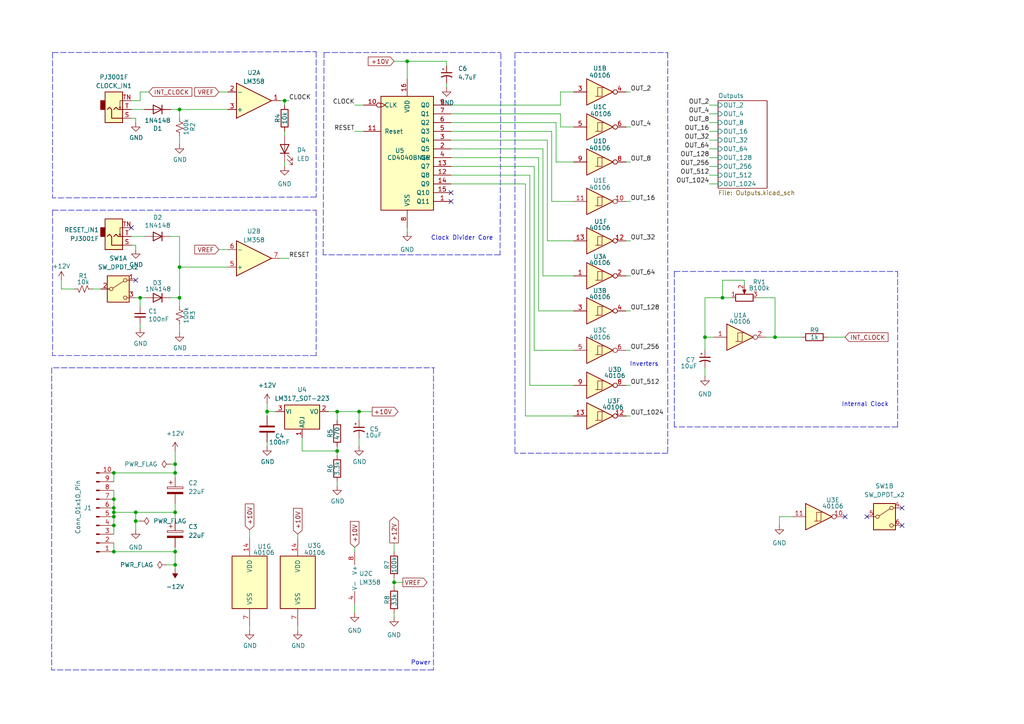
<source format=kicad_sch>
(kicad_sch (version 20250114) (generator "eeschema") (generator_version "9.0")
  (paper "A4")
  (title_block (title "MiniDiv") (rev "v0.3") (company "benjiaomodular"))
  (text "Internal Clock" (at 244.094 118.11 0) (effects (font (size 1.27 1.27)) (justify left bottom)))
  (text "Clock Divider Core" (at 124.968 69.85 0) (effects (font (size 1.27 1.27)) (justify left bottom)))
  (text "Power" (at 119.126 193.04 0) (effects (font (size 1.27 1.27)) (justify left bottom)))
  (text "Inverters" (at 182.626 106.426 0) (effects (font (size 1.27 1.27)) (justify left bottom)))
  (junction (at 50.8 163.83))
  (junction (at 52.07 31.75))
  (junction (at 224.79 97.79))
  (junction (at 82.55 29.21))
  (junction (at 104.14 119.38))
  (junction (at 33.02 149.86))
  (junction (at 33.02 144.78))
  (junction (at 33.02 147.32))
  (junction (at 39.37 151.13))
  (junction (at 97.79 119.38))
  (junction (at 50.8 134.62))
  (junction (at 77.47 119.38))
  (junction (at 33.02 148.59))
  (junction (at 114.3 168.91))
  (junction (at 52.07 86.36))
  (junction (at 33.02 152.4))
  (junction (at 33.02 137.16))
  (junction (at 204.47 97.79))
  (junction (at 97.79 130.81))
  (junction (at 52.07 77.47))
  (junction (at 50.8 148.59))
  (junction (at 33.02 160.02))
  (junction (at 40.64 86.36))
  (junction (at 50.8 160.02))
  (junction (at 39.37 148.59))
  (junction (at 118.11 17.78))
  (junction (at 50.8 137.16))
  (junction (at 209.55 86.36))
  (no_connect (at 38.1 66.04))
  (no_connect (at 245.11 149.86))
  (no_connect (at 130.81 58.42))
  (no_connect (at 39.37 81.28))
  (no_connect (at 261.62 147.32))
  (no_connect (at 130.81 55.88))
  (no_connect (at 251.46 149.86))
  (no_connect (at 261.62 152.4))
  (wire (pts (xy 158.75 69.85) (xy 158.75 40.64)))
  (wire (pts (xy 33.02 147.32) (xy 33.02 148.59)))
  (wire (pts (xy 39.37 72.39) (xy 39.37 71.12)))
  (wire (pts (xy 77.47 128.27) (xy 77.47 129.54)))
  (wire (pts (xy 209.55 86.36) (xy 204.47 86.36)))
  (wire (pts (xy 33.02 149.86) (xy 33.02 152.4)))
  (wire (pts (xy 38.1 29.21) (xy 40.64 29.21)))
  (wire (pts (xy 152.4 53.34) (xy 130.81 53.34)))
  (wire (pts (xy 38.1 68.58) (xy 41.91 68.58)))
  (wire (pts (xy 104.14 127) (xy 104.14 129.54)))
  (wire (pts (xy 166.37 58.42) (xy 160.02 58.42)))
  (wire (pts (xy 158.75 40.64) (xy 130.81 40.64)))
  (wire (pts (xy 181.61 80.01) (xy 182.88 80.01)))
  (wire (pts (xy 154.94 101.6) (xy 166.37 101.6)))
  (wire (pts (xy 33.02 148.59) (xy 39.37 148.59)))
  (wire (pts (xy 40.64 93.98) (xy 40.64 95.25)))
  (wire (pts (xy 102.87 177.8) (xy 102.87 175.26)))
  (wire (pts (xy 224.79 86.36) (xy 219.71 86.36)))
  (wire (pts (xy 182.88 111.76) (xy 181.61 111.76)))
  (polyline (pts (xy 145.288 15.494) (xy 145.034 73.914)) (stroke (width 0) (type dash)))
  (wire (pts (xy 162.56 26.67) (xy 166.37 26.67)))
  (wire (pts (xy 114.3 177.8) (xy 114.3 179.07)))
  (wire (pts (xy 49.53 68.58) (xy 52.07 68.58)))
  (wire (pts (xy 52.07 68.58) (xy 52.07 77.47)))
  (polyline (pts (xy 14.986 106.68) (xy 14.986 194.31)) (stroke (width 0) (type dash)))
  (polyline (pts (xy 125.73 106.68) (xy 125.73 194.31)) (stroke (width 0) (type dash)))
  (wire (pts (xy 226.06 149.86) (xy 229.87 149.86)))
  (wire (pts (xy 63.5 72.39) (xy 66.04 72.39)))
  (wire (pts (xy 166.37 69.85) (xy 158.75 69.85)))
  (wire (pts (xy 97.79 119.38) (xy 97.79 121.92)))
  (wire (pts (xy 87.63 130.81) (xy 87.63 127)))
  (wire (pts (xy 130.81 43.18) (xy 157.48 43.18)))
  (wire (pts (xy 240.03 97.79) (xy 245.11 97.79)))
  (wire (pts (xy 17.78 81.28) (xy 17.78 83.82)))
  (wire (pts (xy 77.47 119.38) (xy 80.01 119.38)))
  (wire (pts (xy 39.37 34.29) (xy 38.1 34.29)))
  (wire (pts (xy 215.9 81.28) (xy 209.55 81.28)))
  (wire (pts (xy 102.87 30.48) (xy 105.41 30.48)))
  (wire (pts (xy 205.74 48.26) (xy 208.28 48.26)))
  (polyline (pts (xy 91.694 60.96) (xy 91.694 103.124)) (stroke (width 0) (type dash)))
  (polyline (pts (xy 91.694 103.124) (xy 15.24 103.124)) (stroke (width 0) (type dash)))
  (wire (pts (xy 86.36 181.61) (xy 86.36 182.88)))
  (wire (pts (xy 52.07 31.75) (xy 52.07 34.29)))
  (polyline (pts (xy 125.73 194.31) (xy 14.986 194.31)) (stroke (width 0) (type dash)))
  (wire (pts (xy 82.55 29.21) (xy 83.82 29.21)))
  (wire (pts (xy 52.07 86.36) (xy 52.07 88.9)))
  (wire (pts (xy 204.47 97.79) (xy 204.47 101.6)))
  (wire (pts (xy 226.06 149.86) (xy 226.06 152.4)))
  (wire (pts (xy 81.28 29.21) (xy 82.55 29.21)))
  (wire (pts (xy 215.9 81.28) (xy 215.9 82.55)))
  (wire (pts (xy 166.37 120.65) (xy 152.4 120.65)))
  (wire (pts (xy 130.81 35.56) (xy 161.29 35.56)))
  (wire (pts (xy 205.74 33.02) (xy 208.28 33.02)))
  (polyline (pts (xy 15.494 106.68) (xy 125.984 106.68)) (stroke (width 0) (type dash)))
  (wire (pts (xy 50.8 146.05) (xy 50.8 148.59)))
  (polyline (pts (xy 260.35 123.825) (xy 195.58 123.825)) (stroke (width 0) (type dash)))
  (wire (pts (xy 97.79 129.54) (xy 97.79 130.81)))
  (wire (pts (xy 50.8 163.83) (xy 50.8 165.1)))
  (polyline (pts (xy 195.58 78.74) (xy 195.58 123.825)) (stroke (width 0) (type dash)))
  (polyline (pts (xy 15.24 60.96) (xy 15.24 103.124)) (stroke (width 0) (type dash)))
  (wire (pts (xy 114.3 17.78) (xy 118.11 17.78)))
  (wire (pts (xy 86.36 154.94) (xy 86.36 156.21)))
  (wire (pts (xy 205.74 45.72) (xy 208.28 45.72)))
  (wire (pts (xy 160.02 38.1) (xy 130.81 38.1)))
  (wire (pts (xy 154.94 48.26) (xy 154.94 101.6)))
  (wire (pts (xy 205.74 53.34) (xy 208.28 53.34)))
  (wire (pts (xy 129.54 17.78) (xy 118.11 17.78)))
  (wire (pts (xy 97.79 130.81) (xy 97.79 132.08)))
  (polyline (pts (xy 193.675 15.24) (xy 193.675 131.445)) (stroke (width 0) (type dash)))
  (wire (pts (xy 33.02 160.02) (xy 33.02 157.48)))
  (wire (pts (xy 129.54 17.78) (xy 129.54 19.05)))
  (wire (pts (xy 39.37 148.59) (xy 50.8 148.59)))
  (wire (pts (xy 104.14 119.38) (xy 104.14 121.92)))
  (wire (pts (xy 104.14 119.38) (xy 107.95 119.38)))
  (wire (pts (xy 162.56 26.67) (xy 162.56 30.48)))
  (wire (pts (xy 50.8 130.81) (xy 50.8 134.62)))
  (wire (pts (xy 39.37 151.13) (xy 40.64 151.13)))
  (wire (pts (xy 49.53 134.62) (xy 50.8 134.62)))
  (wire (pts (xy 156.21 45.72) (xy 156.21 90.17)))
  (wire (pts (xy 205.74 40.64) (xy 208.28 40.64)))
  (wire (pts (xy 114.3 168.91) (xy 114.3 170.18)))
  (wire (pts (xy 82.55 48.26) (xy 82.55 46.99)))
  (wire (pts (xy 49.53 31.75) (xy 52.07 31.75)))
  (wire (pts (xy 50.8 148.59) (xy 50.8 151.13)))
  (polyline (pts (xy 15.24 15.24) (xy 15.24 57.404)) (stroke (width 0) (type dash)))
  (wire (pts (xy 181.61 101.6) (xy 182.88 101.6)))
  (wire (pts (xy 207.01 97.79) (xy 204.47 97.79)))
  (wire (pts (xy 77.47 116.84) (xy 77.47 119.38)))
  (wire (pts (xy 181.61 58.42) (xy 182.88 58.42)))
  (wire (pts (xy 160.02 58.42) (xy 160.02 38.1)))
  (wire (pts (xy 114.3 167.64) (xy 114.3 168.91)))
  (wire (pts (xy 114.3 157.48) (xy 114.3 160.02)))
  (wire (pts (xy 39.37 151.13) (xy 39.37 153.67)))
  (polyline (pts (xy 93.726 73.914) (xy 93.98 15.24)) (stroke (width 0) (type dash)))
  (wire (pts (xy 72.39 153.67) (xy 72.39 156.21)))
  (wire (pts (xy 40.64 86.36) (xy 41.91 86.36)))
  (polyline (pts (xy 91.694 57.15) (xy 15.24 57.404)) (stroke (width 0) (type dash)))
  (polyline (pts (xy 195.58 78.74) (xy 260.35 78.74)) (stroke (width 0) (type dash)))
  (wire (pts (xy 181.61 26.67) (xy 182.88 26.67)))
  (wire (pts (xy 52.07 93.98) (xy 52.07 96.52)))
  (wire (pts (xy 33.02 160.02) (xy 50.8 160.02)))
  (wire (pts (xy 181.61 46.99) (xy 182.88 46.99)))
  (wire (pts (xy 95.25 119.38) (xy 97.79 119.38)))
  (wire (pts (xy 182.88 120.65) (xy 181.61 120.65)))
  (wire (pts (xy 166.37 46.99) (xy 161.29 46.99)))
  (wire (pts (xy 38.1 31.75) (xy 41.91 31.75)))
  (wire (pts (xy 39.37 148.59) (xy 39.37 151.13)))
  (wire (pts (xy 81.28 74.93) (xy 83.82 74.93)))
  (wire (pts (xy 102.87 158.75) (xy 102.87 160.02)))
  (wire (pts (xy 97.79 119.38) (xy 104.14 119.38)))
  (wire (pts (xy 33.02 144.78) (xy 33.02 147.32)))
  (wire (pts (xy 40.64 26.67) (xy 43.18 26.67)))
  (wire (pts (xy 118.11 17.78) (xy 118.11 22.86)))
  (wire (pts (xy 52.07 31.75) (xy 66.04 31.75)))
  (wire (pts (xy 182.88 69.85) (xy 181.61 69.85)))
  (wire (pts (xy 52.07 77.47) (xy 66.04 77.47)))
  (wire (pts (xy 153.67 50.8) (xy 153.67 111.76)))
  (wire (pts (xy 63.5 26.67) (xy 66.04 26.67)))
  (polyline (pts (xy 149.606 15.24) (xy 193.675 15.24)) (stroke (width 0) (type dash)))
  (wire (pts (xy 224.79 86.36) (xy 224.79 97.79)))
  (wire (pts (xy 130.81 48.26) (xy 154.94 48.26)))
  (wire (pts (xy 222.25 97.79) (xy 224.79 97.79)))
  (wire (pts (xy 77.47 119.38) (xy 77.47 120.65)))
  (wire (pts (xy 204.47 86.36) (xy 204.47 97.79)))
  (wire (pts (xy 33.02 148.59) (xy 33.02 149.86)))
  (wire (pts (xy 157.48 80.01) (xy 166.37 80.01)))
  (polyline (pts (xy 15.24 60.96) (xy 91.694 60.96)) (stroke (width 0) (type dash)))
  (wire (pts (xy 205.74 35.56) (xy 208.28 35.56)))
  (wire (pts (xy 39.37 86.36) (xy 40.64 86.36)))
  (wire (pts (xy 97.79 130.81) (xy 87.63 130.81)))
  (wire (pts (xy 157.48 43.18) (xy 157.48 80.01)))
  (wire (pts (xy 39.37 35.56) (xy 39.37 34.29)))
  (wire (pts (xy 209.55 86.36) (xy 212.09 86.36)))
  (wire (pts (xy 153.67 111.76) (xy 166.37 111.76)))
  (wire (pts (xy 50.8 160.02) (xy 50.8 163.83)))
  (wire (pts (xy 52.07 39.37) (xy 52.07 41.91)))
  (wire (pts (xy 82.55 38.1) (xy 82.55 39.37)))
  (wire (pts (xy 205.74 30.48) (xy 208.28 30.48)))
  (wire (pts (xy 33.02 142.24) (xy 33.02 144.78)))
  (wire (pts (xy 181.61 36.83) (xy 182.88 36.83)))
  (polyline (pts (xy 15.24 15.24) (xy 91.694 14.986)) (stroke (width 0) (type dash)))
  (wire (pts (xy 40.64 88.9) (xy 40.64 86.36)))
  (wire (pts (xy 130.81 30.48) (xy 162.56 30.48)))
  (wire (pts (xy 161.29 46.99) (xy 161.29 35.56)))
  (wire (pts (xy 130.81 45.72) (xy 156.21 45.72)))
  (wire (pts (xy 209.55 81.28) (xy 209.55 86.36)))
  (wire (pts (xy 52.07 77.47) (xy 52.07 86.36)))
  (wire (pts (xy 50.8 158.75) (xy 50.8 160.02)))
  (wire (pts (xy 224.79 97.79) (xy 232.41 97.79)))
  (wire (pts (xy 97.79 139.7) (xy 97.79 140.97)))
  (wire (pts (xy 102.87 38.1) (xy 105.41 38.1)))
  (wire (pts (xy 130.81 50.8) (xy 153.67 50.8)))
  (wire (pts (xy 39.37 71.12) (xy 38.1 71.12)))
  (wire (pts (xy 204.47 106.68) (xy 204.47 109.22)))
  (wire (pts (xy 33.02 139.7) (xy 33.02 137.16)))
  (wire (pts (xy 49.53 86.36) (xy 52.07 86.36)))
  (wire (pts (xy 205.74 43.18) (xy 208.28 43.18)))
  (wire (pts (xy 129.54 24.13) (xy 129.54 25.4)))
  (wire (pts (xy 205.74 38.1) (xy 208.28 38.1)))
  (wire (pts (xy 130.81 33.02) (xy 162.56 33.02)))
  (wire (pts (xy 33.02 152.4) (xy 33.02 154.94)))
  (wire (pts (xy 82.55 29.21) (xy 82.55 30.48)))
  (wire (pts (xy 162.56 36.83) (xy 166.37 36.83)))
  (wire (pts (xy 152.4 120.65) (xy 152.4 53.34)))
  (polyline (pts (xy 93.98 15.24) (xy 145.288 15.24)) (stroke (width 0) (type dash)))
  (polyline (pts (xy 91.694 14.986) (xy 91.694 57.15)) (stroke (width 0) (type dash)))
  (wire (pts (xy 48.26 163.83) (xy 50.8 163.83)))
  (polyline (pts (xy 145.034 73.914) (xy 93.726 73.914)) (stroke (width 0) (type dash)))
  (wire (pts (xy 114.3 168.91) (xy 116.84 168.91)))
  (polyline (pts (xy 260.35 78.74) (xy 260.35 123.825)) (stroke (width 0) (type dash)))
  (wire (pts (xy 118.11 66.04) (xy 118.11 67.31)))
  (wire (pts (xy 205.74 50.8) (xy 208.28 50.8)))
  (wire (pts (xy 72.39 181.61) (xy 72.39 182.88)))
  (wire (pts (xy 162.56 33.02) (xy 162.56 36.83)))
  (wire (pts (xy 50.8 137.16) (xy 50.8 138.43)))
  (polyline (pts (xy 193.675 131.445) (xy 149.352 131.445)) (stroke (width 0) (type dash)))
  (wire (pts (xy 182.88 90.17) (xy 181.61 90.17)))
  (wire (pts (xy 50.8 134.62) (xy 50.8 137.16)))
  (polyline (pts (xy 149.352 15.24) (xy 149.352 131.445)) (stroke (width 0) (type dash)))
  (wire (pts (xy 33.02 137.16) (xy 50.8 137.16)))
  (wire (pts (xy 17.78 83.82) (xy 21.59 83.82)))
  (wire (pts (xy 156.21 90.17) (xy 166.37 90.17)))
  (wire (pts (xy 40.64 29.21) (xy 40.64 26.67)))
  (wire (pts (xy 26.67 83.82) (xy 29.21 83.82)))
  (label "OUT_256" (at 182.88 101.6 0))
  (label "OUT_128" (at 205.74 45.72 180))
  (label "OUT_512" (at 205.74 50.8 180))
  (label "OUT_32" (at 182.88 69.85 0))
  (label "CLOCK" (at 83.82 29.21 0))
  (label "OUT_8" (at 205.74 35.56 180))
  (label "OUT_2" (at 182.88 26.67 0))
  (label "OUT_16" (at 182.88 58.42 0))
  (label "OUT_256" (at 205.74 48.26 180))
  (label "OUT_512" (at 182.88 111.76 0))
  (label "OUT_1024" (at 182.88 120.65 0))
  (label "CLOCK" (at 102.87 30.48 180))
  (label "OUT_1024" (at 205.74 53.34 180))
  (label "RESET" (at 83.82 74.93 0))
  (label "OUT_16" (at 205.74 38.1 180))
  (label "RESET" (at 102.87 38.1 180))
  (label "OUT_8" (at 182.88 46.99 0))
  (label "OUT_128" (at 182.88 90.17 0))
  (label "OUT_2" (at 205.74 30.48 180))
  (label "OUT_64" (at 205.74 43.18 180))
  (label "OUT_64" (at 182.88 80.01 0))
  (label "OUT_4" (at 205.74 33.02 180))
  (label "OUT_32" (at 205.74 40.64 180))
  (label "OUT_4" (at 182.88 36.83 0))
  (global_label "VREF" (shape output) (at 116.84 168.91 0) (property "Intersheetrefs" "${INTERSHEET_REFS}" (effects (hide yes))))
  (global_label "INT_CLOCK" (shape input) (at 43.18 26.67 0) (property "Intersheetrefs" "${INTERSHEET_REFS}" (effects (hide yes))))
  (global_label "+10V" (shape output) (at 107.95 119.38 0) (property "Intersheetrefs" "${INTERSHEET_REFS}" (effects (hide yes))))
  (global_label "+12V" (shape output) (at 114.3 157.48 90) (property "Intersheetrefs" "${INTERSHEET_REFS}" (effects (hide yes))))
  (global_label "+10V" (shape input) (at 114.3 17.78 180) (property "Intersheetrefs" "${INTERSHEET_REFS}" (effects (hide yes))))
  (global_label "VREF" (shape input) (at 63.5 72.39 180) (property "Intersheetrefs" "${INTERSHEET_REFS}" (effects (hide yes))))
  (global_label "INT_CLOCK" (shape input) (at 245.11 97.79 0) (property "Intersheetrefs" "${INTERSHEET_REFS}" (effects (hide yes))))
  (global_label "VREF" (shape input) (at 63.5 26.67 180) (property "Intersheetrefs" "${INTERSHEET_REFS}" (effects (hide yes))))
  (global_label "+10V" (shape input) (at 86.36 154.94 90) (property "Intersheetrefs" "${INTERSHEET_REFS}" (effects (hide yes))))
  (global_label "+10V" (shape input) (at 102.87 158.75 90) (property "Intersheetrefs" "${INTERSHEET_REFS}" (effects (hide yes))))
  (global_label "+10V" (shape input) (at 72.39 153.67 90) (property "Intersheetrefs" "${INTERSHEET_REFS}" (effects (hide yes))))
  (symbol (lib_id "Device:R") (at 114.3 163.83 180) (unit 1)
    (property "Reference" "R7" (at 112.268 163.83 90))
    (property "Value" "100k" (at 114.3 163.83 90))
    (property "Footprint" "Resistor_SMD:R_0603_1608Metric_Pad0.98x0.95mm_HandSolder" (effects (hide yes)))
    (property "Description" "Resistor" (effects (hide yes)))
    (property "URL" "https://mou.sr/4el3qXS" (effects (hide yes)))
    (property "Manufacturer" "YAGEO" (effects (hide yes)))
    (property "Part #" "RC0603FR-07100KL " (effects (hide yes)))
  )
  (symbol (lib_id "Regulator_Linear:LM317_SOT-223") (at 87.63 119.38 0) (unit 1)
    (property "Reference" "U4" (at 87.63 113.03 0))
    (property "Value" "LM317_SOT-223" (at 87.63 115.57 0))
    (property "Footprint" "Package_TO_SOT_SMD:SOT-223-3_TabPin2" (effects (hide yes)))
    (property "Datasheet" "http://www.ti.com/lit/ds/symlink/lm317.pdf" (effects (hide yes)))
    (property "Description" "1.5A 35V Adjustable Linear Regulator, SOT-223" (effects (hide yes)))
    (property "URL" "https://mou.sr/3UXARYX" (effects (hide yes)))
    (property "Manufacturer" "LM317DCY" (effects (hide yes)))
    (property "Part #" "Texas Instruments" (effects (hide yes)))
  )
  (symbol (lib_id "Switch:SW_DPDT_x2") (at 34.29 83.82 0) (unit 1)
    (property "Reference" "SW1" (at 34.29 74.93 0))
    (property "Value" "SW_DPDT_x2" (at 34.29 77.47 0))
    (property "Footprint" "benjiaomodular:Button_KFC7x7" (effects (hide yes)))
    (property "Description" "Switch, dual pole double throw, separate symbols" (effects (hide yes)))
    (property "URL" "https://www.taydaelectronics.com/push-button-switch-momentary-dc-30v-0-1a-dpdt-7x7mm.html" (effects (hide yes)))
    (property "Manufacturer" " Tayda Electronics" (effects (hide yes)))
    (property "Part #" "KFC7x7 Momentary" (effects (hide yes)))
  )
  (symbol (lib_id "power:GND") (at 204.47 109.22 0) (unit 1)
    (property "Reference" "#PWR021" (effects (hide yes)))
    (property "Value" "GND" (at 204.47 114.3 0))
    (property "Description" "Power symbol creates a global label with name \"GND\" , ground" (effects (hide yes)))
  )
  (symbol (lib_name "PWR_FLAG_1") (lib_id "power:PWR_FLAG") (at 40.64 151.13 270) (unit 1)
    (property "Reference" "#FLG01" (effects (hide yes)))
    (property "Value" "PWR_FLAG" (at 44.45 151.1299 90) (effects (justify left)))
    (property "Description" "Special symbol for telling ERC where power comes from" (effects (hide yes)))
  )
  (symbol (lib_id "Device:R") (at 114.3 173.99 180) (unit 1)
    (property "Reference" "R8" (at 112.268 173.99 90))
    (property "Value" "33k" (at 114.3 173.99 90))
    (property "Footprint" "Resistor_SMD:R_0603_1608Metric_Pad0.98x0.95mm_HandSolder" (effects (hide yes)))
    (property "Description" "Resistor" (effects (hide yes)))
    (property "URL" "https://mou.sr/4ebt4y6" (effects (hide yes)))
    (property "Manufacturer" "Bourns Inc." (effects (hide yes)))
    (property "Part #" "CR0603-FX-3302ELF" (effects (hide yes)))
  )
  (symbol (lib_id "Amplifier_Operational:LM358") (at 100.33 167.64 0) (mirror y) (unit 3)
    (property "Reference" "U2" (at 104.14 166.3699 0) (effects (justify right)))
    (property "Value" "LM358" (at 104.14 168.9099 0) (effects (justify right)))
    (property "Footprint" "Package_SO:SOIC-8_5.23x5.23mm_P1.27mm" (effects (hide yes)))
    (property "Datasheet" "http://www.ti.com/lit/ds/symlink/lm2904-n.pdf" (effects (hide yes)))
    (property "Description" "Low-Power, Dual Operational Amplifiers, DIP-8/SOIC-8/TO-99-8" (effects (hide yes)))
    (property "URL" "https://mou.sr/4dWmV9p" (effects (hide yes)))
    (property "Manufacturer" "LM358PSR" (effects (hide yes)))
    (property "Part #" "Texas Instruments" (effects (hide yes)))
  )
  (symbol (lib_id "benjiaomodular:PJ3001F") (at 33.02 31.75 0) (mirror x) (unit 1)
    (property "Reference" "CLOCK_IN1" (at 33.02 24.892 0))
    (property "Value" "PJ3001F" (at 33.02 22.352 0))
    (property "Footprint" "benjiaomodular:AudioJack_3.5mm" (effects (hide yes)))
    (property "Description" "Audio Jack, 2 Poles (Mono / TS), Switched T Pole (Normalling)" (effects (hide yes)))
    (property "URL" "https://www.taydaelectronics.com/pj-3001f-3-5-mm-mono-phone-jack.html" (effects (hide yes)))
    (property "Manufacturer" "Tayda Electronics" (effects (hide yes)))
    (property "Part #" "PJ-3001F" (effects (hide yes)))
  )
  (symbol (lib_id "Device:R") (at 82.55 34.29 0) (unit 1)
    (property "Reference" "R4" (at 80.518 34.29 90))
    (property "Value" "10k" (at 82.55 34.29 90))
    (property "Footprint" "Resistor_SMD:R_0603_1608Metric_Pad0.98x0.95mm_HandSolder" (effects (hide yes)))
    (property "Description" "Resistor" (effects (hide yes)))
    (property "URL" "https://mou.sr/3MINYsI" (effects (hide yes)))
    (property "Manufacturer" "YAGEO" (effects (hide yes)))
    (property "Part #" "AC0603FR-0710KL" (effects (hide yes)))
  )
  (symbol (lib_id "power:GND") (at 72.39 182.88 0) (unit 1)
    (property "Reference" "#PWR010" (effects (hide yes)))
    (property "Value" "GND" (at 72.517 187.2742 0))
    (property "Description" "Power symbol creates a global label with name \"GND\" , ground" (effects (hide yes)))
  )
  (symbol (lib_id "4xxx:40106") (at 173.99 58.42 0) (unit 5)
    (property "Reference" "U1" (at 173.99 52.324 0))
    (property "Value" "40106" (at 173.99 54.356 0))
    (property "Footprint" "Package_SO:SOIC-14_3.9x8.7mm_P1.27mm" (effects (hide yes)))
    (property "Datasheet" "https://assets.nexperia.com/documents/data-sheet/HEF40106B.pdf" (effects (hide yes)))
    (property "Description" "Hex Schmitt trigger inverter" (effects (hide yes)))
    (property "URL" "https://mou.sr/47m5xIo" (effects (hide yes)))
    (property "Manufacturer" "CD40106BM" (effects (hide yes)))
    (property "Part #" "Texas Instruments" (effects (hide yes)))
  )
  (symbol (lib_id "Switch:SW_DPDT_x2") (at 256.54 149.86 0) (unit 2)
    (property "Reference" "SW1" (at 256.54 140.97 0))
    (property "Value" "SW_DPDT_x2" (at 256.54 143.51 0))
    (property "Footprint" "benjiaomodular:Button_KFC7x7" (effects (hide yes)))
    (property "Description" "Switch, dual pole double throw, separate symbols" (effects (hide yes)))
    (property "URL" "https://www.taydaelectronics.com/push-button-switch-momentary-dc-30v-0-1a-dpdt-7x7mm.html" (effects (hide yes)))
    (property "Manufacturer" " Tayda Electronics" (effects (hide yes)))
    (property "Part #" "KFC7x7 Momentary" (effects (hide yes)))
  )
  (symbol (lib_id "power:GND") (at 104.14 129.54 0) (unit 1)
    (property "Reference" "#PWR017" (effects (hide yes)))
    (property "Value" "GND" (at 104.267 133.9342 0))
    (property "Description" "Power symbol creates a global label with name \"GND\" , ground" (effects (hide yes)))
  )
  (symbol (lib_id "power:GND") (at 39.37 72.39 0) (unit 1)
    (property "Reference" "#PWR03" (effects (hide yes)))
    (property "Value" "GND" (at 39.497 76.7842 0))
    (property "Description" "Power symbol creates a global label with name \"GND\" , ground" (effects (hide yes)))
  )
  (symbol (lib_id "4xxx:40106") (at 173.99 36.83 0) (unit 3)
    (property "Reference" "U1" (at 173.99 30.988 0))
    (property "Value" "40106" (at 174.244 33.02 0))
    (property "Footprint" "Package_SO:SOIC-14_3.9x8.7mm_P1.27mm" (effects (hide yes)))
    (property "Datasheet" "https://assets.nexperia.com/documents/data-sheet/HEF40106B.pdf" (effects (hide yes)))
    (property "Description" "Hex Schmitt trigger inverter" (effects (hide yes)))
    (property "URL" "https://mou.sr/47m5xIo" (effects (hide yes)))
    (property "Manufacturer" "CD40106BM" (effects (hide yes)))
    (property "Part #" "Texas Instruments" (effects (hide yes)))
  )
  (symbol (lib_id "Connector:Conn_01x10_Pin") (at 27.94 149.86 0) (mirror x) (unit 1)
    (property "Reference" "J1" (at 26.67 147.3199 0) (effects (justify right)))
    (property "Value" "Conn_01x10_Pin" (at 22.606 154.94 90) (effects (justify right)))
    (property "Footprint" "benjiaomodular:Header_IDC2x05_NoArrow" (effects (hide yes)))
    (property "Description" "Generic connector, single row, 01x10, script generated" (effects (hide yes)))
    (property "Manufacturer" "XKB Connectivity" (effects (hide yes)))
    (property "Part #" "X9555WV-2X05-6TV01" (effects (hide yes)))
  )
  (symbol (lib_id "Device:C_Polarized") (at 50.8 142.24 0) (unit 1)
    (property "Reference" "C2" (at 54.61 140.0809 0) (effects (justify left)))
    (property "Value" "22uF" (at 54.61 142.6209 0) (effects (justify left)))
    (property "Footprint" "Capacitor_SMD:CP_Elec_4x3.9" (effects (hide yes)))
    (property "Description" "Polarized capacitor" (effects (hide yes)))
    (property "URL" "https://mou.sr/4ekMqRc" (effects (hide yes)))
    (property "Manufacturer" "Panasonic" (effects (hide yes)))
    (property "Part #" "EEE-FT1V220AR" (effects (hide yes)))
  )
  (symbol (lib_id "Diode:1N4148") (at 45.72 86.36 180) (unit 1)
    (property "Reference" "D3" (at 45.593 82.042 0))
    (property "Value" "1N4148" (at 45.847 83.82 0))
    (property "Footprint" "Diode_SMD:D_SOD-123" (effects (hide yes)))
    (property "Datasheet" "https://assets.nexperia.com/documents/data-sheet/1N4148_1N4448.pdf" (effects (hide yes)))
    (property "Description" "100V 0.15A standard switching diode, DO-35" (effects (hide yes)))
    (property "Sim.Device" "D" (effects (hide yes)))
    (property "Sim.Pins" "1=K 2=A" (effects (hide yes)))
    (property "URL" "https://mou.sr/3XEhTbD" (effects (hide yes)))
    (property "Manufacturer" "Diodes Incorporated" (effects (hide yes)))
    (property "Part #" "1N4148WQ-7-F" (effects (hide yes)))
  )
  (symbol (lib_id "4xxx:40106") (at 173.99 26.67 0) (unit 2)
    (property "Reference" "U1" (at 173.99 19.812 0))
    (property "Value" "40106" (at 173.99 21.844 0))
    (property "Footprint" "Package_SO:SOIC-14_3.9x8.7mm_P1.27mm" (effects (hide yes)))
    (property "Datasheet" "https://assets.nexperia.com/documents/data-sheet/HEF40106B.pdf" (effects (hide yes)))
    (property "Description" "Hex Schmitt trigger inverter" (effects (hide yes)))
    (property "URL" "https://mou.sr/47m5xIo" (effects (hide yes)))
    (property "Manufacturer" "CD40106BM" (effects (hide yes)))
    (property "Part #" "Texas Instruments" (effects (hide yes)))
  )
  (symbol (lib_id "Device:R_Small_US") (at 24.13 83.82 90) (mirror x) (unit 1)
    (property "Reference" "R1" (at 24.13 80.01 90))
    (property "Value" "10k" (at 24.13 81.788 90))
    (property "Footprint" "Resistor_SMD:R_0603_1608Metric_Pad0.98x0.95mm_HandSolder" (effects (hide yes)))
    (property "Description" "Resistor, small US symbol" (effects (hide yes)))
    (property "URL" "https://mou.sr/3MINYsI" (effects (hide yes)))
    (property "Manufacturer" "YAGEO" (effects (hide yes)))
    (property "Part #" "AC0603FR-0710KL" (effects (hide yes)))
  )
  (symbol (lib_id "power:GND") (at 82.55 48.26 0) (unit 1)
    (property "Reference" "#PWR013" (effects (hide yes)))
    (property "Value" "GND" (at 82.55 53.34 0))
    (property "Description" "Power symbol creates a global label with name \"GND\" , ground" (effects (hide yes)))
  )
  (symbol (lib_id "Device:C_Polarized") (at 50.8 154.94 0) (unit 1)
    (property "Reference" "C3" (at 54.61 152.7809 0) (effects (justify left)))
    (property "Value" "22uF" (at 54.61 155.3209 0) (effects (justify left)))
    (property "Footprint" "Capacitor_SMD:CP_Elec_4x3.9" (effects (hide yes)))
    (property "Description" "Polarized capacitor" (effects (hide yes)))
    (property "URL" "https://mou.sr/4ekMqRc" (effects (hide yes)))
    (property "Manufacturer" "Panasonic" (effects (hide yes)))
    (property "Part #" "EEE-FT1V220AR" (effects (hide yes)))
  )
  (symbol (lib_name "+12V_1") (lib_id "power:+12V") (at 77.47 116.84 0) (unit 1)
    (property "Reference" "#PWR011" (effects (hide yes)))
    (property "Value" "+12V" (at 77.47 111.76 0))
    (property "Description" "Power symbol creates a global label with name \"+12V\"" (effects (hide yes)))
  )
  (symbol (lib_id "4xxx:40106") (at 173.99 120.65 0) (unit 6)
    (property "Reference" "U3" (at 178.054 116.332 0))
    (property "Value" "40106" (at 177.8 118.11 0))
    (property "Footprint" "Package_SO:SOIC-14_3.9x8.7mm_P1.27mm" (effects (hide yes)))
    (property "Datasheet" "https://assets.nexperia.com/documents/data-sheet/HEF40106B.pdf" (effects (hide yes)))
    (property "Description" "Hex Schmitt trigger inverter" (effects (hide yes)))
    (property "URL" "https://mou.sr/47m5xIo" (effects (hide yes)))
    (property "Manufacturer" "CD40106BM" (effects (hide yes)))
    (property "Part #" "Texas Instruments" (effects (hide yes)))
  )
  (symbol (lib_id "4xxx:40106") (at 173.99 90.17 0) (unit 2)
    (property "Reference" "U3" (at 173.99 84.328 0))
    (property "Value" "40106" (at 173.99 86.106 0))
    (property "Footprint" "Package_SO:SOIC-14_3.9x8.7mm_P1.27mm" (effects (hide yes)))
    (property "Datasheet" "https://assets.nexperia.com/documents/data-sheet/HEF40106B.pdf" (effects (hide yes)))
    (property "Description" "Hex Schmitt trigger inverter" (effects (hide yes)))
    (property "URL" "https://mou.sr/47m5xIo" (effects (hide yes)))
    (property "Manufacturer" "CD40106BM" (effects (hide yes)))
    (property "Part #" "Texas Instruments" (effects (hide yes)))
  )
  (symbol (lib_id "4xxx:40106") (at 86.36 168.91 0) (unit 7)
    (property "Reference" "U3" (at 89.154 158.242 0) (effects (justify left)))
    (property "Value" "40106" (at 88.138 160.274 0) (effects (justify left)))
    (property "Footprint" "Package_SO:SOIC-14_3.9x8.7mm_P1.27mm" (effects (hide yes)))
    (property "Datasheet" "https://assets.nexperia.com/documents/data-sheet/HEF40106B.pdf" (effects (hide yes)))
    (property "Description" "Hex Schmitt trigger inverter" (effects (hide yes)))
    (property "URL" "https://mou.sr/47m5xIo" (effects (hide yes)))
    (property "Manufacturer" "CD40106BM" (effects (hide yes)))
    (property "Part #" "Texas Instruments" (effects (hide yes)))
  )
  (symbol (lib_id "Device:C_Polarized_Small_US") (at 204.47 104.14 0) (unit 1)
    (property "Reference" "C7" (at 198.882 104.394 0) (effects (justify left)))
    (property "Value" "10uF" (at 197.358 106.172 0) (effects (justify left)))
    (property "Footprint" "Capacitor_SMD:C_0805_2012Metric_Pad1.18x1.45mm_HandSolder" (effects (hide yes)))
    (property "Description" "Polarized capacitor, small US symbol" (effects (hide yes)))
    (property "URL" "https://mou.sr/4e5fI6P" (effects (hide yes)))
    (property "Manufacturer" "Taiyo Yuden" (effects (hide yes)))
    (property "Part #" "TMK212BBJ106KG8T" (effects (hide yes)))
  )
  (symbol (lib_id "Device:R_Small_US") (at 52.07 91.44 180) (unit 1)
    (property "Reference" "R3" (at 55.88 91.44 90))
    (property "Value" "100k" (at 53.975 91.44 90))
    (property "Footprint" "Resistor_SMD:R_0603_1608Metric_Pad0.98x0.95mm_HandSolder" (effects (hide yes)))
    (property "Description" "Resistor, small US symbol" (effects (hide yes)))
    (property "URL" "https://mou.sr/4el3qXS" (effects (hide yes)))
    (property "Manufacturer" "YAGEO" (effects (hide yes)))
    (property "Part #" "RC0603FR-07100KL " (effects (hide yes)))
  )
  (symbol (lib_id "4xxx:40106") (at 173.99 80.01 0) (unit 1)
    (property "Reference" "U3" (at 173.99 74.422 0))
    (property "Value" "40106" (at 173.99 76.2 0))
    (property "Footprint" "Package_SO:SOIC-14_3.9x8.7mm_P1.27mm" (effects (hide yes)))
    (property "Datasheet" "https://assets.nexperia.com/documents/data-sheet/HEF40106B.pdf" (effects (hide yes)))
    (property "Description" "Hex Schmitt trigger inverter" (effects (hide yes)))
    (property "URL" "https://mou.sr/47m5xIo" (effects (hide yes)))
    (property "Manufacturer" "CD40106BM" (effects (hide yes)))
    (property "Part #" "Texas Instruments" (effects (hide yes)))
  )
  (symbol (lib_id "power:GND") (at 129.54 25.4 0) (unit 1)
    (property "Reference" "#PWR020" (effects (hide yes)))
    (property "Value" "GND" (at 129.667 29.7942 0))
    (property "Description" "Power symbol creates a global label with name \"GND\" , ground" (effects (hide yes)))
  )
  (symbol (lib_id "Device:C_Polarized_Small_US") (at 104.14 124.46 0) (unit 1)
    (property "Reference" "C5" (at 107.188 124.46 0) (effects (justify left)))
    (property "Value" "10uF" (at 105.918 126.238 0) (effects (justify left)))
    (property "Footprint" "Capacitor_SMD:C_0805_2012Metric_Pad1.18x1.45mm_HandSolder" (effects (hide yes)))
    (property "Description" "Polarized capacitor, small US symbol" (effects (hide yes)))
    (property "URL" "https://mou.sr/4e5fI6P" (effects (hide yes)))
    (property "Manufacturer" "Taiyo Yuden" (effects (hide yes)))
    (property "Part #" "TMK212BBJ106KG8T" (effects (hide yes)))
  )
  (symbol (lib_id "power:GND") (at 52.07 96.52 0) (unit 1)
    (property "Reference" "#PWR09" (effects (hide yes)))
    (property "Value" "GND" (at 52.197 100.9142 0))
    (property "Description" "Power symbol creates a global label with name \"GND\" , ground" (effects (hide yes)))
  )
  (symbol (lib_name "PWR_FLAG_1") (lib_id "power:PWR_FLAG") (at 48.26 163.83 90) (unit 1)
    (property "Reference" "#FLG02" (effects (hide yes)))
    (property "Value" "PWR_FLAG" (at 44.45 163.8299 90) (effects (justify left)))
    (property "Description" "Special symbol for telling ERC where power comes from" (effects (hide yes)))
  )
  (symbol (lib_name "-12V_1") (lib_id "power:-12V") (at 50.8 165.1 180) (unit 1)
    (property "Reference" "#PWR07" (effects (hide yes)))
    (property "Value" "-12V" (at 50.8 170.18 0))
    (property "Description" "Power symbol creates a global label with name \"-12V\"" (effects (hide yes)))
  )
  (symbol (lib_name "+12V_1") (lib_id "power:+12V") (at 50.8 130.81 0) (unit 1)
    (property "Reference" "#PWR06" (effects (hide yes)))
    (property "Value" "+12V" (at 50.8 125.73 0))
    (property "Description" "Power symbol creates a global label with name \"+12V\"" (effects (hide yes)))
  )
  (symbol (lib_id "Device:R") (at 236.22 97.79 270) (unit 1)
    (property "Reference" "R9" (at 236.22 95.758 90))
    (property "Value" "1k" (at 236.22 97.79 90))
    (property "Footprint" "Resistor_SMD:R_0603_1608Metric_Pad0.98x0.95mm_HandSolder" (effects (hide yes)))
    (property "Description" "Resistor" (effects (hide yes)))
    (property "URL" " https://mou.sr/3MKtPCB" (effects (hide yes)))
    (property "Manufacturer" "YAGEO" (effects (hide yes)))
    (property "Part #" "RC0603FR-071KL " (effects (hide yes)))
  )
  (symbol (lib_id "power:GND") (at 226.06 152.4 0) (unit 1)
    (property "Reference" "#PWR022" (effects (hide yes)))
    (property "Value" "GND" (at 226.06 157.48 0))
    (property "Description" "Power symbol creates a global label with name \"GND\" , ground" (effects (hide yes)))
  )
  (symbol (lib_id "4xxx:40106") (at 72.39 168.91 0) (unit 7)
    (property "Reference" "U1" (at 74.676 158.496 0) (effects (justify left)))
    (property "Value" "40106" (at 73.406 160.274 0) (effects (justify left)))
    (property "Footprint" "Package_SO:SOIC-14_3.9x8.7mm_P1.27mm" (effects (hide yes)))
    (property "Datasheet" "https://assets.nexperia.com/documents/data-sheet/HEF40106B.pdf" (effects (hide yes)))
    (property "Description" "Hex Schmitt trigger inverter" (effects (hide yes)))
    (property "URL" "https://mou.sr/47m5xIo" (effects (hide yes)))
    (property "Manufacturer" "CD40106BM" (effects (hide yes)))
    (property "Part #" "Texas Instruments" (effects (hide yes)))
  )
  (symbol (lib_id "power:GND") (at 114.3 179.07 0) (unit 1)
    (property "Reference" "#PWR018" (effects (hide yes)))
    (property "Value" "GND" (at 114.3 184.15 0))
    (property "Description" "Power symbol creates a global label with name \"GND\" , ground" (effects (hide yes)))
  )
  (symbol (lib_id "4xxx:4040") (at 118.11 43.18 0) (unit 1)
    (property "Reference" "U5" (at 114.554 43.688 0) (effects (justify left)))
    (property "Value" "CD4040BNSR" (at 112.268 45.72 0) (effects (justify left)))
    (property "Footprint" "Package_SO:SOIC-16W_5.3x10.2mm_P1.27mm" (effects (hide yes)))
    (property "Datasheet" "http://www.intersil.com/content/dam/Intersil/documents/cd40/cd4020bms-24bms-40bms.pdf" (effects (hide yes)))
    (property "Description" "Binary Counter 12 stages (Asynchronous)" (effects (hide yes)))
    (property "URL" "https://mou.sr/3YF284K" (effects (hide yes)))
    (property "Manufacturer" "CD4040BNSR" (effects (hide yes)))
    (property "Part #" "Texas Instruments" (effects (hide yes)))
  )
  (symbol (lib_id "4xxx:40106") (at 173.99 69.85 0) (unit 6)
    (property "Reference" "U1" (at 174.244 64.262 0))
    (property "Value" "40106" (at 173.99 66.04 0))
    (property "Footprint" "Package_SO:SOIC-14_3.9x8.7mm_P1.27mm" (effects (hide yes)))
    (property "Datasheet" "https://assets.nexperia.com/documents/data-sheet/HEF40106B.pdf" (effects (hide yes)))
    (property "Description" "Hex Schmitt trigger inverter" (effects (hide yes)))
    (property "URL" "https://mou.sr/47m5xIo" (effects (hide yes)))
    (property "Manufacturer" "CD40106BM" (effects (hide yes)))
    (property "Part #" "Texas Instruments" (effects (hide yes)))
  )
  (symbol (lib_id "power:GND") (at 86.36 182.88 0) (unit 1)
    (property "Reference" "#PWR014" (effects (hide yes)))
    (property "Value" "GND" (at 86.487 187.2742 0))
    (property "Description" "Power symbol creates a global label with name \"GND\" , ground" (effects (hide yes)))
  )
  (symbol (lib_id "benjiaomodular:PJ3001F") (at 33.02 68.58 0) (mirror x) (unit 1)
    (property "Reference" "RESET_IN1" (at 28.702 66.6749 0) (effects (justify right)))
    (property "Value" "PJ3001F" (at 28.702 69.2149 0) (effects (justify right)))
    (property "Footprint" "benjiaomodular:AudioJack_3.5mm" (effects (hide yes)))
    (property "Description" "Audio Jack, 2 Poles (Mono / TS), Switched T Pole (Normalling)" (effects (hide yes)))
    (property "URL" "https://www.taydaelectronics.com/pj-3001f-3-5-mm-mono-phone-jack.html" (effects (hide yes)))
    (property "Manufacturer" "Tayda Electronics" (effects (hide yes)))
    (property "Part #" "PJ-3001F" (effects (hide yes)))
  )
  (symbol (lib_id "power:GND") (at 39.37 153.67 0) (unit 1)
    (property "Reference" "#PWR04" (effects (hide yes)))
    (property "Value" "GND" (at 39.37 158.75 0))
    (property "Description" "Power symbol creates a global label with name \"GND\" , ground" (effects (hide yes)))
  )
  (symbol (lib_id "Diode:1N4148") (at 45.72 68.58 180) (unit 1)
    (property "Reference" "D2" (at 45.72 63.0682 0))
    (property "Value" "1N4148" (at 45.72 65.3796 0))
    (property "Footprint" "Diode_SMD:D_SOD-123" (effects (hide yes)))
    (property "Datasheet" "https://assets.nexperia.com/documents/data-sheet/1N4148_1N4448.pdf" (effects (hide yes)))
    (property "Description" "100V 0.15A standard switching diode, DO-35" (effects (hide yes)))
    (property "Sim.Device" "D" (effects (hide yes)))
    (property "Sim.Pins" "1=K 2=A" (effects (hide yes)))
    (property "URL" "https://mou.sr/3XEhTbD" (effects (hide yes)))
    (property "Manufacturer" "Diodes Incorporated" (effects (hide yes)))
    (property "Part #" "1N4148WQ-7-F" (effects (hide yes)))
  )
  (symbol (lib_id "4xxx:40106") (at 214.63 97.79 0) (unit 1)
    (property "Reference" "U1" (at 214.63 91.44 0))
    (property "Value" "40106" (at 214.63 93.218 0))
    (property "Footprint" "Package_SO:SOIC-14_3.9x8.7mm_P1.27mm" (effects (hide yes)))
    (property "Datasheet" "https://assets.nexperia.com/documents/data-sheet/HEF40106B.pdf" (effects (hide yes)))
    (property "Description" "Hex Schmitt trigger inverter" (effects (hide yes)))
    (property "URL" "https://mou.sr/47m5xIo" (effects (hide yes)))
    (property "Manufacturer" "CD40106BM" (effects (hide yes)))
    (property "Part #" "Texas Instruments" (effects (hide yes)))
  )
  (symbol (lib_id "4xxx:40106") (at 173.99 46.99 0) (unit 4)
    (property "Reference" "U1" (at 173.99 40.894 0))
    (property "Value" "40106" (at 173.99 42.926 0))
    (property "Footprint" "Package_SO:SOIC-14_3.9x8.7mm_P1.27mm" (effects (hide yes)))
    (property "Datasheet" "https://assets.nexperia.com/documents/data-sheet/HEF40106B.pdf" (effects (hide yes)))
    (property "Description" "Hex Schmitt trigger inverter" (effects (hide yes)))
    (property "URL" "https://mou.sr/47m5xIo" (effects (hide yes)))
    (property "Manufacturer" "CD40106BM" (effects (hide yes)))
    (property "Part #" "Texas Instruments" (effects (hide yes)))
  )
  (symbol (lib_id "Device:C") (at 77.47 124.46 0) (unit 1)
    (property "Reference" "C4" (at 79.756 126.492 0) (effects (justify left)))
    (property "Value" "100nF" (at 77.978 128.27 0) (effects (justify left)))
    (property "Footprint" "Capacitor_SMD:C_0603_1608Metric_Pad1.08x0.95mm_HandSolder" (effects (hide yes)))
    (property "Description" "Unpolarized capacitor" (effects (hide yes)))
    (property "Mfg #" "CC0603KRX7R8BB334" (effects (hide yes)))
    (property "LCSC Part #" "C107070" (effects (hide yes)))
    (property "Type" "Surface mount" (effects (hide yes)))
    (property "Package" "0603" (effects (hide yes)))
    (property "Part Description" "Multilayer Ceramic Capacitors MLCC - SMD/SMT 25V 0.33uF X7R 0603 10% " (effects (hide yes)))
    (property "URL" "https://mou.sr/4ekMsbM" (effects (hide yes)))
    (property "Manufacturer" "YAGEO" (effects (hide yes)))
    (property "Part #" "CC0603KRX7R8BB334" (effects (hide yes)))
  )
  (symbol (lib_id "Amplifier_Operational:LM358") (at 73.66 29.21 0) (mirror x) (unit 1)
    (property "Reference" "U2" (at 73.66 21.082 0))
    (property "Value" "LM358" (at 73.66 23.622 0))
    (property "Footprint" "Package_SO:SOIC-8_5.23x5.23mm_P1.27mm" (effects (hide yes)))
    (property "Datasheet" "http://www.ti.com/lit/ds/symlink/lm2904-n.pdf" (effects (hide yes)))
    (property "Description" "Low-Power, Dual Operational Amplifiers, DIP-8/SOIC-8/TO-99-8" (effects (hide yes)))
    (property "URL" "https://mou.sr/4dWmV9p" (effects (hide yes)))
    (property "Manufacturer" "LM358PSR" (effects (hide yes)))
    (property "Part #" "Texas Instruments" (effects (hide yes)))
  )
  (symbol (lib_id "power:GND") (at 77.47 129.54 0) (unit 1)
    (property "Reference" "#PWR012" (effects (hide yes)))
    (property "Value" "GND" (at 77.597 133.9342 0))
    (property "Description" "Power symbol creates a global label with name \"GND\" , ground" (effects (hide yes)))
  )
  (symbol (lib_id "Device:C_Small") (at 40.64 91.44 0) (unit 1)
    (property "Reference" "C1" (at 42.9768 90.2716 0) (effects (justify left)))
    (property "Value" "100nF" (at 42.9768 92.583 0) (effects (justify left)))
    (property "Footprint" "Capacitor_SMD:C_0603_1608Metric_Pad1.08x0.95mm_HandSolder" (effects (hide yes)))
    (property "Description" "Unpolarized capacitor, small symbol" (effects (hide yes)))
    (property "URL" "https://mou.sr/4ekMsbM" (effects (hide yes)))
    (property "Manufacturer" "YAGEO" (effects (hide yes)))
    (property "Part #" "CC0805KRX7R9BB104" (effects (hide yes)))
  )
  (symbol (lib_id "power:GND") (at 39.37 35.56 0) (unit 1)
    (property "Reference" "#PWR02" (effects (hide yes)))
    (property "Value" "GND" (at 39.497 39.9542 0))
    (property "Description" "Power symbol creates a global label with name \"GND\" , ground" (effects (hide yes)))
  )
  (symbol (lib_id "Amplifier_Operational:LM358") (at 73.66 74.93 0) (mirror x) (unit 2)
    (property "Reference" "U2" (at 73.66 67.056 0))
    (property "Value" "LM358" (at 73.66 69.596 0))
    (property "Footprint" "Package_SO:SOIC-8_5.23x5.23mm_P1.27mm" (effects (hide yes)))
    (property "Datasheet" "http://www.ti.com/lit/ds/symlink/lm2904-n.pdf" (effects (hide yes)))
    (property "Description" "Low-Power, Dual Operational Amplifiers, DIP-8/SOIC-8/TO-99-8" (effects (hide yes)))
    (property "URL" "https://mou.sr/4dWmV9p" (effects (hide yes)))
    (property "Manufacturer" "LM358PSR" (effects (hide yes)))
    (property "Part #" "Texas Instruments" (effects (hide yes)))
  )
  (symbol (lib_id "power:GND") (at 52.07 41.91 0) (unit 1)
    (property "Reference" "#PWR08" (effects (hide yes)))
    (property "Value" "GND" (at 52.197 46.3042 0))
    (property "Description" "Power symbol creates a global label with name \"GND\" , ground" (effects (hide yes)))
  )
  (symbol (lib_id "power:GND") (at 102.87 177.8 0) (unit 1)
    (property "Reference" "#PWR016" (effects (hide yes)))
    (property "Value" "GND" (at 102.87 182.88 0))
    (property "Description" "Power symbol creates a global label with name \"GND\" , ground" (effects (hide yes)))
  )
  (symbol (lib_id "4xxx:40106") (at 173.99 111.76 0) (unit 4)
    (property "Reference" "U3" (at 178.308 107.188 0))
    (property "Value" "40106" (at 178.308 108.966 0))
    (property "Footprint" "Package_SO:SOIC-14_3.9x8.7mm_P1.27mm" (effects (hide yes)))
    (property "Datasheet" "https://assets.nexperia.com/documents/data-sheet/HEF40106B.pdf" (effects (hide yes)))
    (property "Description" "Hex Schmitt trigger inverter" (effects (hide yes)))
    (property "URL" "https://mou.sr/47m5xIo" (effects (hide yes)))
    (property "Manufacturer" "CD40106BM" (effects (hide yes)))
    (property "Part #" "Texas Instruments" (effects (hide yes)))
  )
  (symbol (lib_id "power:GND") (at 40.64 95.25 0) (unit 1)
    (property "Reference" "#PWR05" (effects (hide yes)))
    (property "Value" "GND" (at 40.767 99.6442 0))
    (property "Description" "Power symbol creates a global label with name \"GND\" , ground" (effects (hide yes)))
  )
  (symbol (lib_id "Device:R_Small_US") (at 52.07 36.83 180) (unit 1)
    (property "Reference" "R2" (at 55.88 36.83 90))
    (property "Value" "100k" (at 53.975 36.83 90))
    (property "Footprint" "Resistor_SMD:R_0603_1608Metric_Pad0.98x0.95mm_HandSolder" (effects (hide yes)))
    (property "Description" "Resistor, small US symbol" (effects (hide yes)))
    (property "URL" "https://mou.sr/4el3qXS" (effects (hide yes)))
    (property "Manufacturer" "YAGEO" (effects (hide yes)))
    (property "Part #" "RC0603FR-07100KL " (effects (hide yes)))
  )
  (symbol (lib_id "power:GND") (at 97.79 140.97 0) (unit 1)
    (property "Reference" "#PWR015" (effects (hide yes)))
    (property "Value" "GND" (at 97.917 145.3642 0))
    (property "Description" "Power symbol creates a global label with name \"GND\" , ground" (effects (hide yes)))
  )
  (symbol (lib_id "power:GND") (at 118.11 67.31 0) (unit 1)
    (property "Reference" "#PWR019" (effects (hide yes)))
    (property "Value" "GND" (at 118.11 72.39 0))
    (property "Description" "Power symbol creates a global label with name \"GND\" , ground" (effects (hide yes)))
  )
  (symbol (lib_id "4xxx:40106") (at 173.99 101.6 0) (unit 3)
    (property "Reference" "U3" (at 173.99 95.758 0))
    (property "Value" "40106" (at 173.99 97.79 0))
    (property "Footprint" "Package_SO:SOIC-14_3.9x8.7mm_P1.27mm" (effects (hide yes)))
    (property "Datasheet" "https://assets.nexperia.com/documents/data-sheet/HEF40106B.pdf" (effects (hide yes)))
    (property "Description" "Hex Schmitt trigger inverter" (effects (hide yes)))
    (property "URL" "https://mou.sr/47m5xIo" (effects (hide yes)))
    (property "Manufacturer" "CD40106BM" (effects (hide yes)))
    (property "Part #" "Texas Instruments" (effects (hide yes)))
  )
  (symbol (lib_id "Device:R") (at 97.79 135.89 0) (unit 1)
    (property "Reference" "R6" (at 95.758 135.89 90))
    (property "Value" "3.3k" (at 97.79 135.89 90))
    (property "Footprint" "Resistor_SMD:R_0603_1608Metric_Pad0.98x0.95mm_HandSolder" (effects (hide yes)))
    (property "Description" "Resistor" (effects (hide yes)))
    (property "URL" "https://mou.sr/4ecU9jY" (effects (hide yes)))
    (property "Manufacturer" "YAGEO" (effects (hide yes)))
    (property "Part #" "RC0603FR-7W3K3L" (effects (hide yes)))
  )
  (symbol (lib_id "Device:R_Potentiometer") (at 215.9 86.36 90) (unit 1)
    (property "Reference" "RV1" (at 220.218 81.788 90))
    (property "Value" "B100k" (at 220.218 83.566 90))
    (property "Footprint" "benjiaomodular:Potentiometer_RV09" (effects (hide yes)))
    (property "Description" "Potentiometer" (effects (hide yes)))
    (property "URL" "https://www.taydaelectronics.com/100k-ohm-linear-taper-potentiometer-round-knurled-plastic-shaft-pcb-9mm.html" (effects (hide yes)))
    (property "Manufacturer" "Alpha (Taiwan)" (effects (hide yes)))
    (property "Part #" "RV09AF-40-20K-B100K" (effects (hide yes)))
  )
  (symbol (lib_name "PWR_FLAG_1") (lib_id "power:PWR_FLAG") (at 49.53 134.62 90) (unit 1)
    (property "Reference" "#FLG03" (effects (hide yes)))
    (property "Value" "PWR_FLAG" (at 45.72 134.6199 90) (effects (justify left)))
    (property "Description" "Special symbol for telling ERC where power comes from" (effects (hide yes)))
  )
  (symbol (lib_id "power:+12V") (at 17.78 81.28 0) (unit 1)
    (property "Reference" "#PWR01" (effects (hide yes)))
    (property "Value" "+12V" (at 17.78 77.216 0))
    (property "Description" "Power symbol creates a global label with name \"+12V\"" (effects (hide yes)))
  )
  (symbol (lib_id "Device:C_Polarized_Small_US") (at 129.54 21.59 0) (unit 1)
    (property "Reference" "C6" (at 132.842 19.8881 0) (effects (justify left)))
    (property "Value" "4.7uF" (at 132.842 22.4281 0) (effects (justify left)))
    (property "Footprint" "Capacitor_SMD:C_0805_2012Metric_Pad1.18x1.45mm_HandSolder" (effects (hide yes)))
    (property "Description" "Polarized capacitor, small US symbol" (effects (hide yes)))
    (property "URL" "https://mou.sr/4eDk59h" (effects (hide yes)))
    (property "Manufacturer" "Vishay / Vitramon" (effects (hide yes)))
    (property "Part #" "VJ0805G475KXQTW1BC" (effects (hide yes)))
  )
  (symbol (lib_id "Diode:1N4148") (at 45.72 31.75 0) (mirror y) (unit 1)
    (property "Reference" "D1" (at 45.72 37.2618 0))
    (property "Value" "1N4148" (at 45.72 34.9504 0))
    (property "Footprint" "Diode_SMD:D_SOD-123" (effects (hide yes)))
    (property "Datasheet" "https://assets.nexperia.com/documents/data-sheet/1N4148_1N4448.pdf" (effects (hide yes)))
    (property "Description" "100V 0.15A standard switching diode, DO-35" (effects (hide yes)))
    (property "Sim.Device" "D" (effects (hide yes)))
    (property "Sim.Pins" "1=K 2=A" (effects (hide yes)))
    (property "URL" "https://mou.sr/3XEhTbD" (effects (hide yes)))
    (property "Manufacturer" "Diodes Incorporated" (effects (hide yes)))
    (property "Part #" "1N4148WQ-7-F" (effects (hide yes)))
  )
  (symbol (lib_id "Device:R") (at 97.79 125.73 0) (unit 1)
    (property "Reference" "R5" (at 95.758 125.73 90))
    (property "Value" "470" (at 97.79 125.73 90))
    (property "Footprint" "Resistor_SMD:R_0603_1608Metric_Pad0.98x0.95mm_HandSolder" (effects (hide yes)))
    (property "Description" "Resistor" (effects (hide yes)))
    (property "URL" "https://mou.sr/47oY8bq" (effects (hide yes)))
    (property "Manufacturer" "YAGEO" (effects (hide yes)))
    (property "Part #" "RC0603FR-7W470RL" (effects (hide yes)))
  )
  (symbol (lib_id "4xxx:40106") (at 237.49 149.86 0) (unit 5)
    (property "Reference" "U3" (at 241.554 145.034 0))
    (property "Value" "40106" (at 241.554 146.812 0))
    (property "Footprint" "Package_SO:SOIC-14_3.9x8.7mm_P1.27mm" (effects (hide yes)))
    (property "Datasheet" "https://assets.nexperia.com/documents/data-sheet/HEF40106B.pdf" (effects (hide yes)))
    (property "Description" "Hex Schmitt trigger inverter" (effects (hide yes)))
    (property "URL" "https://mou.sr/47m5xIo" (effects (hide yes)))
    (property "Manufacturer" "CD40106BM" (effects (hide yes)))
    (property "Part #" "Texas Instruments" (effects (hide yes)))
  )
  (symbol (lib_id "Device:LED") (at 82.55 43.18 90) (unit 1)
    (property "Reference" "D4" (at 86.106 43.4974 90) (effects (justify right)))
    (property "Value" "LED" (at 86.106 46.0374 90) (effects (justify right)))
    (property "Footprint" "LED_THT:LED_D3.0mm" (effects (hide yes)))
    (property "Description" "Light emitting diode" (effects (hide yes)))
    (property "URL" "https://www.taydaelectronics.com/led-3mm-orange.html" (effects (hide yes)))
    (property "Manufacturer" " Tayda Electronics" (effects (hide yes)))
    (property "Part #" "LED 3mm Orange" (effects (hide yes)))
  )
  (sheet (at 208.28 29.21) (size 14.224 25.4) (stroke (width 0.1524))
    (property "Sheetname" "Outputs" (at 208.28 28.4984 0) (effects (justify left bottom)))
    (property "Sheetfile" "Outputs.kicad_sch" (at 208.28 55.1946 0) (effects (justify left top)))
    (pin "OUT_2" input (at 208.28 30.48 180))
    (pin "OUT_4" input (at 208.28 33.02 180))
    (pin "OUT_128" input (at 208.28 45.72 180))
    (pin "OUT_256" input (at 208.28 48.26 180))
    (pin "OUT_64" input (at 208.28 43.18 180))
    (pin "OUT_32" input (at 208.28 40.64 180))
    (pin "OUT_8" input (at 208.28 35.56 180))
    (pin "OUT_16" input (at 208.28 38.1 180))
    (pin "OUT_512" input (at 208.28 50.8 180))
    (pin "OUT_1024" input (at 208.28 53.34 180))
  )
)
</source>
